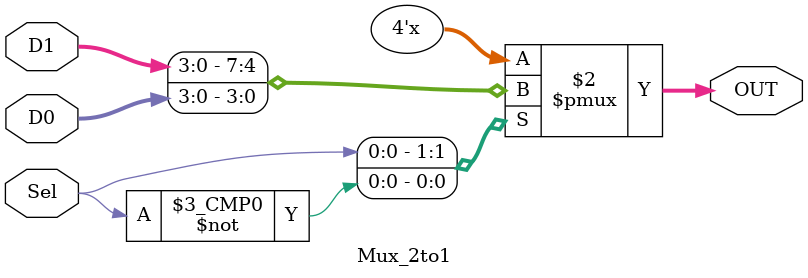
<source format=v>
module Mux_2to1(
    input [4-1:0] D1, D0,
    input Sel,
    output reg [4-1:0] OUT
    );
    always @ (*) begin
        case (Sel)
            // Design your code here
            1'b1:OUT=D1;
            1'b0:OUT=D0;
        endcase  
    end
endmodule

</source>
